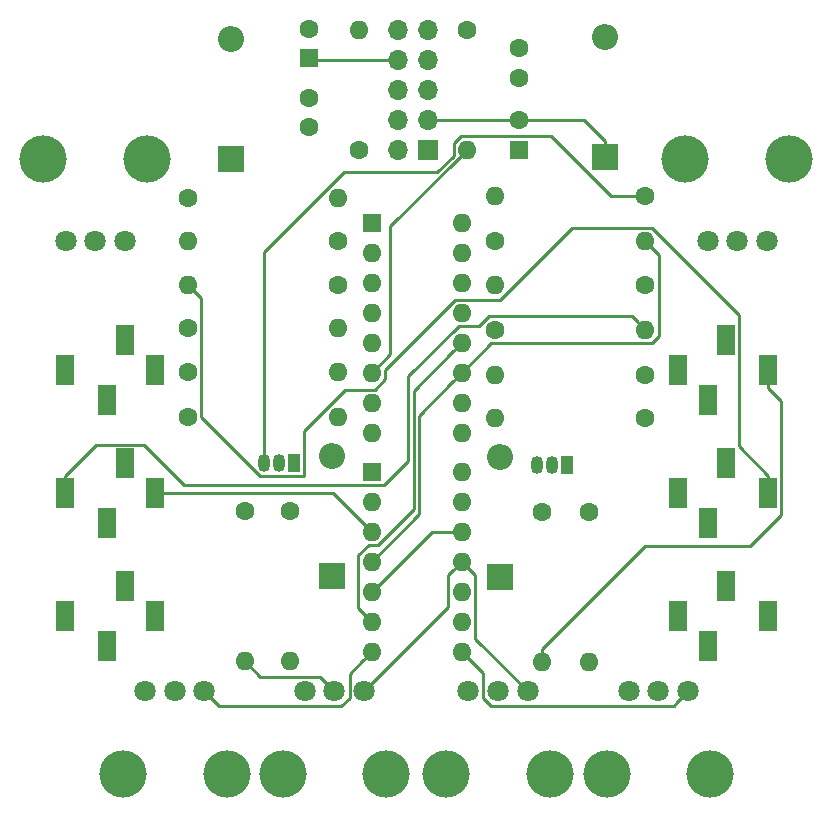
<source format=gtl>
G04 #@! TF.GenerationSoftware,KiCad,Pcbnew,(5.0.2)-1*
G04 #@! TF.CreationDate,2019-03-14T16:01:40+00:00*
G04 #@! TF.ProjectId,vca,7663612e-6b69-4636-9164-5f7063625858,rev?*
G04 #@! TF.SameCoordinates,Original*
G04 #@! TF.FileFunction,Copper,L1,Top*
G04 #@! TF.FilePolarity,Positive*
%FSLAX46Y46*%
G04 Gerber Fmt 4.6, Leading zero omitted, Abs format (unit mm)*
G04 Created by KiCad (PCBNEW (5.0.2)-1) date 14/03/2019 16:01:40*
%MOMM*%
%LPD*%
G01*
G04 APERTURE LIST*
G04 #@! TA.AperFunction,ComponentPad*
%ADD10C,1.800000*%
G04 #@! TD*
G04 #@! TA.AperFunction,WasherPad*
%ADD11C,4.000000*%
G04 #@! TD*
G04 #@! TA.AperFunction,ComponentPad*
%ADD12R,1.500000X2.500000*%
G04 #@! TD*
G04 #@! TA.AperFunction,ComponentPad*
%ADD13R,1.600000X1.600000*%
G04 #@! TD*
G04 #@! TA.AperFunction,ComponentPad*
%ADD14C,1.600000*%
G04 #@! TD*
G04 #@! TA.AperFunction,ComponentPad*
%ADD15O,2.200000X2.200000*%
G04 #@! TD*
G04 #@! TA.AperFunction,ComponentPad*
%ADD16R,2.200000X2.200000*%
G04 #@! TD*
G04 #@! TA.AperFunction,ComponentPad*
%ADD17R,1.700000X1.700000*%
G04 #@! TD*
G04 #@! TA.AperFunction,ComponentPad*
%ADD18O,1.700000X1.700000*%
G04 #@! TD*
G04 #@! TA.AperFunction,ComponentPad*
%ADD19O,1.600000X1.600000*%
G04 #@! TD*
G04 #@! TA.AperFunction,ComponentPad*
%ADD20O,1.050000X1.500000*%
G04 #@! TD*
G04 #@! TA.AperFunction,ComponentPad*
%ADD21R,1.050000X1.500000*%
G04 #@! TD*
G04 #@! TA.AperFunction,Conductor*
%ADD22C,0.250000*%
G04 #@! TD*
G04 APERTURE END LIST*
D10*
G04 #@! TO.P,RV6,3*
G04 #@! TO.N,Net-(J6-PadT)*
X73660000Y-93599000D03*
G04 #@! TO.P,RV6,2*
G04 #@! TO.N,Net-(RV6-Pad1)*
X71160000Y-93599000D03*
G04 #@! TO.P,RV6,1*
X68660000Y-93599000D03*
D11*
G04 #@! TO.P,RV6,*
G04 #@! TO.N,*
X75560000Y-100599000D03*
X66760000Y-100599000D03*
G04 #@! TD*
D10*
G04 #@! TO.P,RV3,3*
G04 #@! TO.N,Net-(J3-PadT)*
X114601000Y-93599000D03*
G04 #@! TO.P,RV3,2*
G04 #@! TO.N,Net-(RV3-Pad1)*
X112101000Y-93599000D03*
G04 #@! TO.P,RV3,1*
X109601000Y-93599000D03*
D11*
G04 #@! TO.P,RV3,*
G04 #@! TO.N,*
X116501000Y-100599000D03*
X107701000Y-100599000D03*
G04 #@! TD*
D12*
G04 #@! TO.P,J1,S*
G04 #@! TO.N,GND*
X113792000Y-76835000D03*
G04 #@! TO.P,J1,G*
G04 #@! TO.N,Net-(J1-PadG)*
X117856000Y-74295000D03*
G04 #@! TO.P,J1,R*
G04 #@! TO.N,Net-(J1-PadR)*
X116332000Y-79375000D03*
G04 #@! TO.P,J1,T*
G04 #@! TO.N,Net-(J1-PadT)*
X121412000Y-76835000D03*
G04 #@! TD*
G04 #@! TO.P,J2,T*
G04 #@! TO.N,Net-(J2-PadT)*
X121412000Y-66421000D03*
G04 #@! TO.P,J2,R*
G04 #@! TO.N,Net-(J2-PadR)*
X116332000Y-68961000D03*
G04 #@! TO.P,J2,G*
G04 #@! TO.N,Net-(J2-PadG)*
X117856000Y-63881000D03*
G04 #@! TO.P,J2,S*
G04 #@! TO.N,GND*
X113792000Y-66421000D03*
G04 #@! TD*
D13*
G04 #@! TO.P,C5,1*
G04 #@! TO.N,12V_*
X100330000Y-47752000D03*
D14*
G04 #@! TO.P,C5,2*
G04 #@! TO.N,GND*
X100330000Y-45252000D03*
G04 #@! TD*
G04 #@! TO.P,C6,2*
G04 #@! TO.N,-12V_*
X82550000Y-37505000D03*
D13*
G04 #@! TO.P,C6,1*
G04 #@! TO.N,GND*
X82550000Y-40005000D03*
G04 #@! TD*
D14*
G04 #@! TO.P,C7,1*
G04 #@! TO.N,12V_*
X82550000Y-45847000D03*
G04 #@! TO.P,C7,2*
G04 #@! TO.N,GND*
X82550000Y-43347000D03*
G04 #@! TD*
G04 #@! TO.P,C8,2*
G04 #@! TO.N,-12V_*
X100330000Y-39156000D03*
G04 #@! TO.P,C8,1*
G04 #@! TO.N,GND*
X100330000Y-41656000D03*
G04 #@! TD*
D15*
G04 #@! TO.P,D1,2*
G04 #@! TO.N,Net-(D1-Pad2)*
X98679000Y-73787000D03*
D16*
G04 #@! TO.P,D1,1*
G04 #@! TO.N,Net-(D1-Pad1)*
X98679000Y-83947000D03*
G04 #@! TD*
G04 #@! TO.P,D2,1*
G04 #@! TO.N,Net-(D2-Pad1)*
X84455000Y-83820000D03*
D15*
G04 #@! TO.P,D2,2*
G04 #@! TO.N,Net-(D2-Pad2)*
X84455000Y-73660000D03*
G04 #@! TD*
D16*
G04 #@! TO.P,D4,1*
G04 #@! TO.N,12V_*
X75946000Y-48514000D03*
D15*
G04 #@! TO.P,D4,2*
G04 #@! TO.N,GND*
X75946000Y-38354000D03*
G04 #@! TD*
G04 #@! TO.P,D5,2*
G04 #@! TO.N,-12V_*
X107569000Y-38227000D03*
D16*
G04 #@! TO.P,D5,1*
G04 #@! TO.N,GND*
X107569000Y-48387000D03*
G04 #@! TD*
D12*
G04 #@! TO.P,J3,T*
G04 #@! TO.N,Net-(J3-PadT)*
X121412000Y-87249000D03*
G04 #@! TO.P,J3,R*
G04 #@! TO.N,Net-(J3-PadR)*
X116332000Y-89789000D03*
G04 #@! TO.P,J3,G*
G04 #@! TO.N,Net-(J3-PadG)*
X117856000Y-84709000D03*
G04 #@! TO.P,J3,S*
G04 #@! TO.N,GND*
X113792000Y-87249000D03*
G04 #@! TD*
G04 #@! TO.P,J4,S*
G04 #@! TO.N,GND*
X69469000Y-76835000D03*
G04 #@! TO.P,J4,G*
G04 #@! TO.N,Net-(J4-PadG)*
X65405000Y-79375000D03*
G04 #@! TO.P,J4,R*
G04 #@! TO.N,Net-(J4-PadR)*
X66929000Y-74295000D03*
G04 #@! TO.P,J4,T*
G04 #@! TO.N,Net-(J4-PadT)*
X61849000Y-76835000D03*
G04 #@! TD*
G04 #@! TO.P,J5,S*
G04 #@! TO.N,GND*
X69469000Y-66421000D03*
G04 #@! TO.P,J5,G*
G04 #@! TO.N,Net-(J5-PadG)*
X65405000Y-68961000D03*
G04 #@! TO.P,J5,R*
G04 #@! TO.N,Net-(J5-PadR)*
X66929000Y-63881000D03*
G04 #@! TO.P,J5,T*
G04 #@! TO.N,Net-(J5-PadT)*
X61849000Y-66421000D03*
G04 #@! TD*
G04 #@! TO.P,J6,T*
G04 #@! TO.N,Net-(J6-PadT)*
X61849000Y-87249000D03*
G04 #@! TO.P,J6,R*
G04 #@! TO.N,Net-(J6-PadR)*
X66929000Y-84709000D03*
G04 #@! TO.P,J6,G*
G04 #@! TO.N,Net-(J6-PadG)*
X65405000Y-89789000D03*
G04 #@! TO.P,J6,S*
G04 #@! TO.N,GND*
X69469000Y-87249000D03*
G04 #@! TD*
D17*
G04 #@! TO.P,J8,1*
G04 #@! TO.N,12VC*
X92583000Y-47752000D03*
D18*
G04 #@! TO.P,J8,2*
X90043000Y-47752000D03*
G04 #@! TO.P,J8,3*
G04 #@! TO.N,GND*
X92583000Y-45212000D03*
G04 #@! TO.P,J8,4*
X90043000Y-45212000D03*
G04 #@! TO.P,J8,5*
X92583000Y-42672000D03*
G04 #@! TO.P,J8,6*
X90043000Y-42672000D03*
G04 #@! TO.P,J8,7*
X92583000Y-40132000D03*
G04 #@! TO.P,J8,8*
X90043000Y-40132000D03*
G04 #@! TO.P,J8,9*
G04 #@! TO.N,-12VC*
X92583000Y-37592000D03*
G04 #@! TO.P,J8,10*
X90043000Y-37592000D03*
G04 #@! TD*
D14*
G04 #@! TO.P,L1,1*
G04 #@! TO.N,12VC*
X86741000Y-47752000D03*
D19*
G04 #@! TO.P,L1,2*
G04 #@! TO.N,12V_*
X86741000Y-37592000D03*
G04 #@! TD*
G04 #@! TO.P,L2,2*
G04 #@! TO.N,-12V_*
X95885000Y-47752000D03*
D14*
G04 #@! TO.P,L2,1*
G04 #@! TO.N,-12VC*
X95885000Y-37592000D03*
G04 #@! TD*
D20*
G04 #@! TO.P,Q1,2*
G04 #@! TO.N,Net-(D1-Pad2)*
X103124000Y-74422000D03*
G04 #@! TO.P,Q1,3*
G04 #@! TO.N,Net-(Q1-Pad3)*
X101854000Y-74422000D03*
D21*
G04 #@! TO.P,Q1,1*
G04 #@! TO.N,Net-(D1-Pad1)*
X104394000Y-74422000D03*
G04 #@! TD*
G04 #@! TO.P,Q2,1*
G04 #@! TO.N,Net-(D2-Pad1)*
X81280000Y-74295000D03*
D20*
G04 #@! TO.P,Q2,3*
G04 #@! TO.N,Net-(Q2-Pad3)*
X78740000Y-74295000D03*
G04 #@! TO.P,Q2,2*
G04 #@! TO.N,Net-(D2-Pad2)*
X80010000Y-74295000D03*
G04 #@! TD*
D14*
G04 #@! TO.P,R1,1*
G04 #@! TO.N,Net-(D1-Pad1)*
X102254772Y-78418773D03*
D19*
G04 #@! TO.P,R1,2*
G04 #@! TO.N,Net-(J2-PadT)*
X102254772Y-91118773D03*
G04 #@! TD*
G04 #@! TO.P,R2,2*
G04 #@! TO.N,Net-(R2-Pad2)*
X106191772Y-91118773D03*
D14*
G04 #@! TO.P,R2,1*
G04 #@! TO.N,Net-(D1-Pad1)*
X106191772Y-78418773D03*
G04 #@! TD*
G04 #@! TO.P,R3,1*
G04 #@! TO.N,Net-(R3-Pad1)*
X84963000Y-55499000D03*
D19*
G04 #@! TO.P,R3,2*
G04 #@! TO.N,12V_*
X72263000Y-55499000D03*
G04 #@! TD*
G04 #@! TO.P,R4,2*
G04 #@! TO.N,Net-(J1-PadT)*
X72263000Y-59182000D03*
D14*
G04 #@! TO.P,R4,1*
G04 #@! TO.N,Net-(R4-Pad1)*
X84963000Y-59182000D03*
G04 #@! TD*
G04 #@! TO.P,R5,1*
G04 #@! TO.N,GND*
X72263000Y-62865000D03*
D19*
G04 #@! TO.P,R5,2*
G04 #@! TO.N,Net-(R4-Pad1)*
X84963000Y-62865000D03*
G04 #@! TD*
D14*
G04 #@! TO.P,R6,1*
G04 #@! TO.N,Net-(R6-Pad1)*
X72263000Y-66548000D03*
D19*
G04 #@! TO.P,R6,2*
G04 #@! TO.N,Net-(R6-Pad2)*
X84963000Y-66548000D03*
G04 #@! TD*
D14*
G04 #@! TO.P,R7,1*
G04 #@! TO.N,GND*
X72263000Y-70358000D03*
D19*
G04 #@! TO.P,R7,2*
G04 #@! TO.N,Net-(R6-Pad2)*
X84963000Y-70358000D03*
G04 #@! TD*
G04 #@! TO.P,R8,2*
G04 #@! TO.N,Net-(R8-Pad2)*
X84963000Y-51816000D03*
D14*
G04 #@! TO.P,R8,1*
G04 #@! TO.N,Net-(Q1-Pad3)*
X72263000Y-51816000D03*
G04 #@! TD*
D19*
G04 #@! TO.P,R9,2*
G04 #@! TO.N,Net-(J5-PadT)*
X80899000Y-91059000D03*
D14*
G04 #@! TO.P,R9,1*
G04 #@! TO.N,Net-(D2-Pad1)*
X80899000Y-78359000D03*
G04 #@! TD*
G04 #@! TO.P,R10,1*
G04 #@! TO.N,Net-(D2-Pad1)*
X77089000Y-78359000D03*
D19*
G04 #@! TO.P,R10,2*
G04 #@! TO.N,Net-(R10-Pad2)*
X77089000Y-91059000D03*
G04 #@! TD*
G04 #@! TO.P,R11,2*
G04 #@! TO.N,12V_*
X110998000Y-55499000D03*
D14*
G04 #@! TO.P,R11,1*
G04 #@! TO.N,Net-(R11-Pad1)*
X98298000Y-55499000D03*
G04 #@! TD*
G04 #@! TO.P,R12,1*
G04 #@! TO.N,Net-(R12-Pad1)*
X98298000Y-62992000D03*
D19*
G04 #@! TO.P,R12,2*
G04 #@! TO.N,Net-(J4-PadT)*
X110998000Y-62992000D03*
G04 #@! TD*
G04 #@! TO.P,R13,2*
G04 #@! TO.N,Net-(R12-Pad1)*
X98298000Y-59182000D03*
D14*
G04 #@! TO.P,R13,1*
G04 #@! TO.N,GND*
X110998000Y-59182000D03*
G04 #@! TD*
D19*
G04 #@! TO.P,R14,2*
G04 #@! TO.N,Net-(R14-Pad2)*
X98298000Y-66802000D03*
D14*
G04 #@! TO.P,R14,1*
G04 #@! TO.N,Net-(R14-Pad1)*
X110998000Y-66802000D03*
G04 #@! TD*
G04 #@! TO.P,R15,1*
G04 #@! TO.N,GND*
X110998000Y-70485000D03*
D19*
G04 #@! TO.P,R15,2*
G04 #@! TO.N,Net-(R14-Pad2)*
X98298000Y-70485000D03*
G04 #@! TD*
G04 #@! TO.P,R16,2*
G04 #@! TO.N,Net-(R16-Pad2)*
X98298000Y-51689000D03*
D14*
G04 #@! TO.P,R16,1*
G04 #@! TO.N,Net-(Q2-Pad3)*
X110998000Y-51689000D03*
G04 #@! TD*
D11*
G04 #@! TO.P,RV1,*
G04 #@! TO.N,*
X94112000Y-100599000D03*
X102912000Y-100599000D03*
D10*
G04 #@! TO.P,RV1,1*
G04 #@! TO.N,12V_*
X96012000Y-93599000D03*
G04 #@! TO.P,RV1,2*
G04 #@! TO.N,Net-(R2-Pad2)*
X98512000Y-93599000D03*
G04 #@! TO.P,RV1,3*
G04 #@! TO.N,-12V_*
X101012000Y-93599000D03*
G04 #@! TD*
D11*
G04 #@! TO.P,RV2,*
G04 #@! TO.N,*
X68829000Y-48499000D03*
X60029000Y-48499000D03*
D10*
G04 #@! TO.P,RV2,1*
G04 #@! TO.N,12V_*
X66929000Y-55499000D03*
G04 #@! TO.P,RV2,2*
G04 #@! TO.N,Net-(R6-Pad1)*
X64429000Y-55499000D03*
G04 #@! TO.P,RV2,3*
G04 #@! TO.N,-12V_*
X61929000Y-55499000D03*
G04 #@! TD*
D11*
G04 #@! TO.P,RV4,*
G04 #@! TO.N,*
X80269000Y-100599000D03*
X89069000Y-100599000D03*
D10*
G04 #@! TO.P,RV4,1*
G04 #@! TO.N,12V_*
X82169000Y-93599000D03*
G04 #@! TO.P,RV4,2*
G04 #@! TO.N,Net-(R10-Pad2)*
X84669000Y-93599000D03*
G04 #@! TO.P,RV4,3*
G04 #@! TO.N,-12V_*
X87169000Y-93599000D03*
G04 #@! TD*
G04 #@! TO.P,RV5,3*
G04 #@! TO.N,-12V_*
X116285000Y-55499000D03*
G04 #@! TO.P,RV5,2*
G04 #@! TO.N,Net-(R14-Pad1)*
X118785000Y-55499000D03*
G04 #@! TO.P,RV5,1*
G04 #@! TO.N,12V_*
X121285000Y-55499000D03*
D11*
G04 #@! TO.P,RV5,*
G04 #@! TO.N,*
X114385000Y-48499000D03*
X123185000Y-48499000D03*
G04 #@! TD*
D13*
G04 #@! TO.P,U1,1*
G04 #@! TO.N,Net-(D2-Pad2)*
X87808001Y-74999001D03*
D19*
G04 #@! TO.P,U1,8*
G04 #@! TO.N,Net-(J3-PadT)*
X95428001Y-90239001D03*
G04 #@! TO.P,U1,2*
G04 #@! TO.N,Net-(D2-Pad1)*
X87808001Y-77539001D03*
G04 #@! TO.P,U1,9*
G04 #@! TO.N,Net-(RV3-Pad1)*
X95428001Y-87699001D03*
G04 #@! TO.P,U1,3*
G04 #@! TO.N,GND*
X87808001Y-80079001D03*
G04 #@! TO.P,U1,10*
X95428001Y-85159001D03*
G04 #@! TO.P,U1,4*
G04 #@! TO.N,12V_*
X87808001Y-82619001D03*
G04 #@! TO.P,U1,11*
G04 #@! TO.N,-12V_*
X95428001Y-82619001D03*
G04 #@! TO.P,U1,5*
G04 #@! TO.N,GND*
X87808001Y-85159001D03*
G04 #@! TO.P,U1,12*
X95428001Y-80079001D03*
G04 #@! TO.P,U1,6*
G04 #@! TO.N,Net-(RV6-Pad1)*
X87808001Y-87699001D03*
G04 #@! TO.P,U1,13*
G04 #@! TO.N,Net-(D1-Pad1)*
X95428001Y-77539001D03*
G04 #@! TO.P,U1,7*
G04 #@! TO.N,Net-(J6-PadT)*
X87808001Y-90239001D03*
G04 #@! TO.P,U1,14*
G04 #@! TO.N,Net-(D1-Pad2)*
X95428001Y-74999001D03*
G04 #@! TD*
D13*
G04 #@! TO.P,U2,1*
G04 #@! TO.N,Net-(R8-Pad2)*
X87808001Y-53949001D03*
D19*
G04 #@! TO.P,U2,9*
G04 #@! TO.N,N/C*
X95428001Y-71729001D03*
G04 #@! TO.P,U2,2*
G04 #@! TO.N,Net-(R3-Pad1)*
X87808001Y-56489001D03*
G04 #@! TO.P,U2,10*
G04 #@! TO.N,N/C*
X95428001Y-69189001D03*
G04 #@! TO.P,U2,3*
G04 #@! TO.N,Net-(R4-Pad1)*
X87808001Y-59029001D03*
G04 #@! TO.P,U2,11*
G04 #@! TO.N,12V_*
X95428001Y-66649001D03*
G04 #@! TO.P,U2,4*
G04 #@! TO.N,Net-(R6-Pad2)*
X87808001Y-61569001D03*
G04 #@! TO.P,U2,12*
G04 #@! TO.N,Net-(RV6-Pad1)*
X95428001Y-64109001D03*
G04 #@! TO.P,U2,5*
G04 #@! TO.N,Net-(RV3-Pad1)*
X87808001Y-64109001D03*
G04 #@! TO.P,U2,13*
G04 #@! TO.N,Net-(R14-Pad2)*
X95428001Y-61569001D03*
G04 #@! TO.P,U2,6*
G04 #@! TO.N,-12V_*
X87808001Y-66649001D03*
G04 #@! TO.P,U2,14*
G04 #@! TO.N,Net-(R12-Pad1)*
X95428001Y-59029001D03*
G04 #@! TO.P,U2,7*
G04 #@! TO.N,N/C*
X87808001Y-69189001D03*
G04 #@! TO.P,U2,15*
G04 #@! TO.N,Net-(R11-Pad1)*
X95428001Y-56489001D03*
G04 #@! TO.P,U2,8*
G04 #@! TO.N,N/C*
X87808001Y-71729001D03*
G04 #@! TO.P,U2,16*
G04 #@! TO.N,Net-(R16-Pad2)*
X95428001Y-53949001D03*
G04 #@! TD*
D22*
G04 #@! TO.N,GND*
X100290000Y-45212000D02*
X100330000Y-45252000D01*
X92583000Y-45212000D02*
X100290000Y-45212000D01*
X101461370Y-45252000D02*
X100330000Y-45252000D01*
X105784000Y-45252000D02*
X101461370Y-45252000D01*
X107569000Y-47037000D02*
X105784000Y-45252000D01*
X107569000Y-48387000D02*
X107569000Y-47037000D01*
X84564000Y-76835000D02*
X69469000Y-76835000D01*
X87808001Y-80079001D02*
X84564000Y-76835000D01*
X82677000Y-40132000D02*
X82550000Y-40005000D01*
X90043000Y-40132000D02*
X82677000Y-40132000D01*
X92888001Y-80079001D02*
X95428001Y-80079001D01*
X87808001Y-85159001D02*
X92888001Y-80079001D01*
G04 #@! TO.N,Net-(J1-PadT)*
X73062999Y-59981999D02*
X72263000Y-59182000D01*
X73388001Y-70370096D02*
X73388001Y-60307001D01*
X78387906Y-75370001D02*
X73388001Y-70370096D01*
X82065001Y-75370001D02*
X78387906Y-75370001D01*
X82130001Y-75305001D02*
X82065001Y-75370001D01*
X88058004Y-68064000D02*
X85591998Y-68064000D01*
X82130001Y-71525997D02*
X82130001Y-75305001D01*
X88933002Y-66398998D02*
X88933002Y-67189002D01*
X94888000Y-60444000D02*
X88933002Y-66398998D01*
X104771003Y-54373999D02*
X98701002Y-60444000D01*
X88933002Y-67189002D02*
X88058004Y-68064000D01*
X111538001Y-54373999D02*
X104771003Y-54373999D01*
X73388001Y-60307001D02*
X73062999Y-59981999D01*
X118931001Y-61766999D02*
X111538001Y-54373999D01*
X98701002Y-60444000D02*
X94888000Y-60444000D01*
X118931001Y-72854001D02*
X118931001Y-61766999D01*
X85591998Y-68064000D02*
X82130001Y-71525997D01*
X121412000Y-75335000D02*
X118931001Y-72854001D01*
X121412000Y-76835000D02*
X121412000Y-75335000D01*
G04 #@! TO.N,Net-(J2-PadT)*
X102254772Y-89987403D02*
X110962175Y-81280000D01*
X102254772Y-91118773D02*
X102254772Y-89987403D01*
X110962175Y-81280000D02*
X119888000Y-81280000D01*
X121412000Y-67921000D02*
X121412000Y-66421000D01*
X122487001Y-68996001D02*
X121412000Y-67921000D01*
X122487001Y-78680999D02*
X122487001Y-68996001D01*
X119888000Y-81280000D02*
X122487001Y-78680999D01*
G04 #@! TO.N,Net-(J3-PadT)*
X113701001Y-94498999D02*
X114601000Y-93599000D01*
X113375999Y-94824001D02*
X113701001Y-94498999D01*
X97923999Y-94824001D02*
X113375999Y-94824001D01*
X97237001Y-94137003D02*
X97923999Y-94824001D01*
X97237001Y-92048001D02*
X97237001Y-94137003D01*
X95428001Y-90239001D02*
X97237001Y-92048001D01*
G04 #@! TO.N,Net-(J4-PadT)*
X110198001Y-62192001D02*
X110998000Y-62992000D01*
X96930996Y-62694002D02*
X97757999Y-61866999D01*
X109872999Y-61866999D02*
X110198001Y-62192001D01*
X95177998Y-62694002D02*
X96930996Y-62694002D01*
X97757999Y-61866999D02*
X109872999Y-61866999D01*
X90920980Y-66951020D02*
X95177998Y-62694002D01*
X90920980Y-74071024D02*
X90920980Y-66951020D01*
X61849000Y-75335000D02*
X64464001Y-72719999D01*
X68528999Y-72719999D02*
X71933002Y-76124002D01*
X61849000Y-76835000D02*
X61849000Y-75335000D01*
X71933002Y-76124002D02*
X88868002Y-76124002D01*
X64464001Y-72719999D02*
X68528999Y-72719999D01*
X88868002Y-76124002D02*
X90920980Y-74071024D01*
G04 #@! TO.N,Net-(J6-PadT)*
X87008002Y-91039000D02*
X87808001Y-90239001D01*
X85943999Y-92103003D02*
X87008002Y-91039000D01*
X85943999Y-94137003D02*
X85943999Y-92103003D01*
X85257001Y-94824001D02*
X85943999Y-94137003D01*
X74885001Y-94824001D02*
X85257001Y-94824001D01*
X73660000Y-93599000D02*
X74885001Y-94824001D01*
G04 #@! TO.N,Net-(Q2-Pad3)*
X108085998Y-51689000D02*
X109866630Y-51689000D01*
X109866630Y-51689000D02*
X110998000Y-51689000D01*
X103023997Y-46626999D02*
X108085998Y-51689000D01*
X95344999Y-46626999D02*
X103023997Y-46626999D01*
X94759999Y-47211999D02*
X95344999Y-46626999D01*
X94759999Y-48240591D02*
X94759999Y-47211999D01*
X93343590Y-49657000D02*
X94759999Y-48240591D01*
X85456998Y-49657000D02*
X93343590Y-49657000D01*
X78740000Y-56373998D02*
X85456998Y-49657000D01*
X78740000Y-74295000D02*
X78740000Y-56373998D01*
G04 #@! TO.N,Net-(R10-Pad2)*
X83769001Y-92699001D02*
X84669000Y-93599000D01*
X83443999Y-92373999D02*
X83769001Y-92699001D01*
X78403999Y-92373999D02*
X83443999Y-92373999D01*
X77089000Y-91059000D02*
X78403999Y-92373999D01*
G04 #@! TO.N,Net-(RV6-Pad1)*
X94628002Y-64909000D02*
X95428001Y-64109001D01*
X91370990Y-68166012D02*
X94628002Y-64909000D01*
X91370990Y-78181014D02*
X91370990Y-68166012D01*
X88348002Y-81204002D02*
X91370990Y-78181014D01*
X86683000Y-82079000D02*
X87557998Y-81204002D01*
X87557998Y-81204002D02*
X88348002Y-81204002D01*
X86683000Y-86574000D02*
X86683000Y-82079000D01*
X87808001Y-87699001D02*
X86683000Y-86574000D01*
G04 #@! TO.N,12V_*
X94628002Y-67449000D02*
X95428001Y-66649001D01*
X91821000Y-70256002D02*
X94628002Y-67449000D01*
X91821000Y-78606002D02*
X91821000Y-70256002D01*
X87808001Y-82619001D02*
X91821000Y-78606002D01*
X111797999Y-56298999D02*
X110998000Y-55499000D01*
X112123001Y-56624001D02*
X111797999Y-56298999D01*
X112123001Y-63532001D02*
X112123001Y-56624001D01*
X111538001Y-64117001D02*
X112123001Y-63532001D01*
X97960001Y-64117001D02*
X111538001Y-64117001D01*
X95428001Y-66649001D02*
X97960001Y-64117001D01*
G04 #@! TO.N,-12V_*
X94628002Y-83419000D02*
X95428001Y-82619001D01*
X94303000Y-83744002D02*
X94628002Y-83419000D01*
X94303000Y-86465000D02*
X94303000Y-83744002D01*
X87169000Y-93599000D02*
X94303000Y-86465000D01*
X96228000Y-83419000D02*
X95428001Y-82619001D01*
X96553002Y-83744002D02*
X96228000Y-83419000D01*
X96553002Y-89140002D02*
X96553002Y-83744002D01*
X101012000Y-93599000D02*
X96553002Y-89140002D01*
X95085001Y-48551999D02*
X95885000Y-47752000D01*
X89408000Y-54229000D02*
X95085001Y-48551999D01*
X89408000Y-65049002D02*
X89408000Y-54229000D01*
X87808001Y-66649001D02*
X89408000Y-65049002D01*
G04 #@! TD*
M02*

</source>
